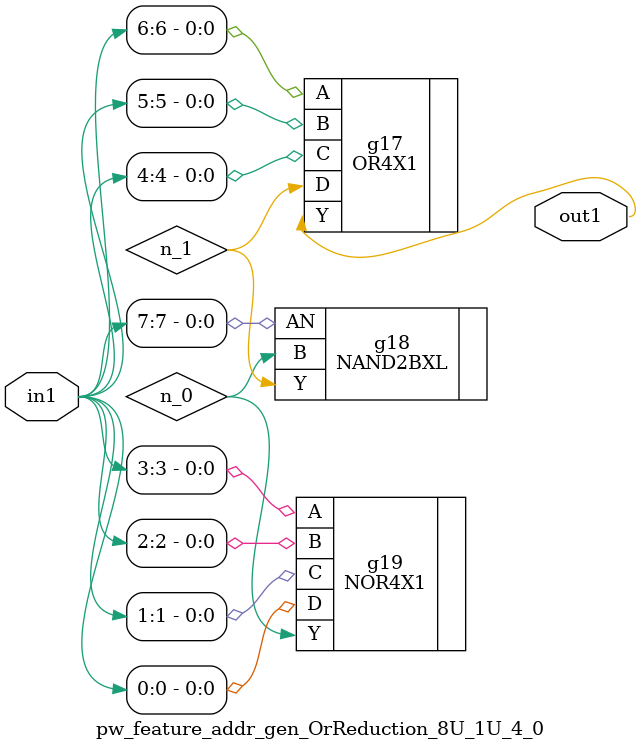
<source format=v>
`timescale 1ps / 1ps


module pw_feature_addr_gen_OrReduction_8U_1U_4_0(in1, out1);
  input [7:0] in1;
  output out1;
  wire [7:0] in1;
  wire out1;
  wire n_0, n_1;
  OR4X1 g17(.A (in1[6]), .B (in1[5]), .C (in1[4]), .D (n_1), .Y (out1));
  NAND2BXL g18(.AN (in1[7]), .B (n_0), .Y (n_1));
  NOR4X1 g19(.A (in1[3]), .B (in1[2]), .C (in1[1]), .D (in1[0]), .Y
       (n_0));
endmodule



</source>
